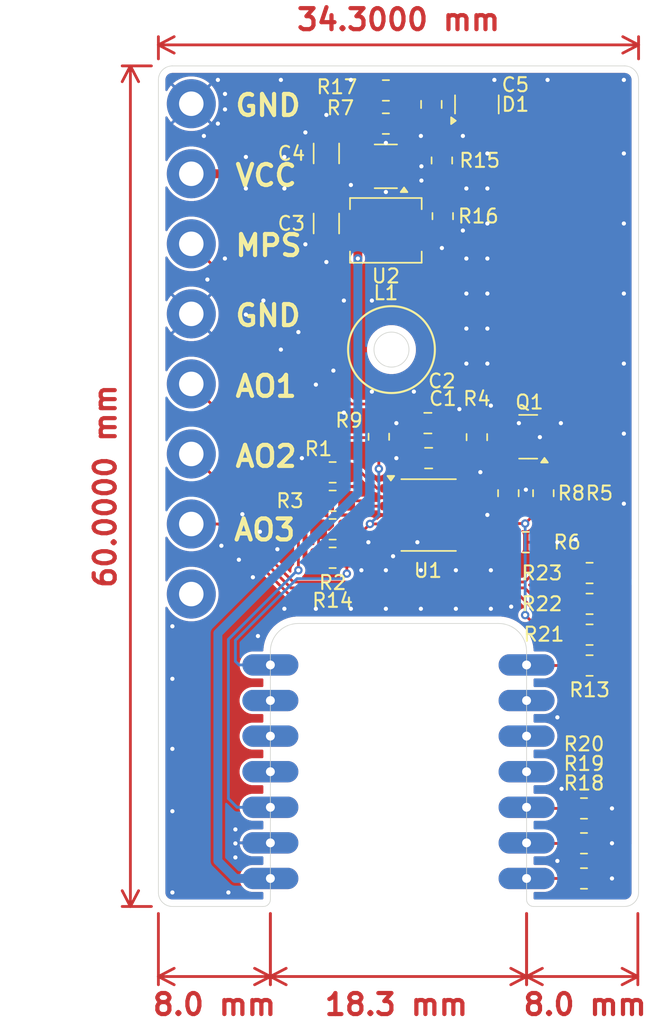
<source format=kicad_pcb>
(kicad_pcb (version 20241229) (generator "pcbnew") (generator_version "9.0")
  (layers (0 "F.Cu" signal) (2 "B.Cu" signal) (13 "F.Paste" user) (15 "B.Paste" user) (5 "F.SilkS" user "F.Silkscreen") (7 "B.SilkS" user "B.Silkscreen") (1 "F.Mask" user) (3 "B.Mask" user) (25 "Edge.Cuts" user))
  (net 0 "")
  (net 1 "GND")
  (net 2 "+3V3")
  (net 3 "MPS")
  (net 4 "+5V")
  (net 5 "+24V")
  (net 6 "Net-(U1A--)")
  (net 8 "AO3")
  (net 9 "AO1")
  (net 10 "AO2")
  (net 11 "Net-(Q1-B)")
  (net 12 "UART_RX")
  (net 13 "Net-(U1A-+)")
  (net 14 "UART_TX")
  (net 15 "Net-(U2-SW)")
  (net 16 "Net-(J1-Pin_7)")
  (net 18 "Net-(U4-AO3)")
  (net 19 "Net-(U2-FB)")
  (net 20 "Net-(U4-AO2)")
  (net 24 "Net-(J2-Pin_7)")
  (net 25 "Net-(R15-Pad2)")
  (net 27 "Net-(U4-AO1)")
  (net 29 "+18V")
  (footprint "Resistor_SMD:R_0805_2012Metric_Pad1.20x1.40mm_HandSolder" (layer "F.Cu") (at 180.8 76.2)
    (property "Reference" "R23" (at -3.4 0 0) (layer "F.SilkS"))
    (property "Value" "10k")
    (pad "1" smd roundrect (at -1 0) (size 1.2 1.4) (layers "F.Cu" "F.Mask" "F.Paste") (roundrect_rratio 0.208333) (net 27 "Net-(U4-AO1)"))
    (pad "2" smd roundrect (at 1 0) (size 1.2 1.4) (layers "F.Cu" "F.Mask" "F.Paste") (roundrect_rratio 0.208333) (net 9 "AO1"))
  )
  (footprint "Resistor_SMD:R_0805_2012Metric_Pad1.20x1.40mm_HandSolder" (layer "F.Cu") (at 162.446 71.044)
    (property "Reference" "R3" (at -3.048 0 0) (layer "F.SilkS"))
    (property "Value" "15k")
    (pad "1" smd roundrect (at -1 0) (size 1.2 1.4) (layers "F.Cu" "F.Mask" "F.Paste") (roundrect_rratio 0.208333) (net 2 "+3V3"))
    (pad "2" smd roundrect (at 1 0) (size 1.2 1.4) (layers "F.Cu" "F.Mask" "F.Paste") (roundrect_rratio 0.208333) (net 6 "Net-(U1A--)"))
  )
  (footprint "Project_Library:XIAO_ESP32-C3_Custom_Connector" (layer "F.Cu") (at 158 98 180)
    (property "Reference" "J2" (hide yes))
    (property "Value" "Conn_01x07_Socket")
    (pad "1" thru_hole oval (at 0 0 180) (size 4 1.524) (drill 0.635) (property pad_prop_castellated) (layers "*.Cu" "*.Mask") (net 4 "+5V"))
    (pad "2" thru_hole oval (at 0 2.54 180) (size 4 1.524) (drill 0.635) (property pad_prop_castellated) (layers "*.Cu" "*.Mask") (net 1 "GND"))
    (pad "3" thru_hole oval (at 0 5.08 180) (size 4 1.524) (drill 0.635) (property pad_prop_castellated) (layers "*.Cu" "*.Mask") (net 2 "+3V3"))
    (pad "4" thru_hole oval (at 0 7.62 180) (size 4 1.524) (drill 0.635) (property pad_prop_castellated) (layers "*.Cu" "*.Mask"))
    (pad "5" thru_hole oval (at 0 10.16 180) (size 4 1.524) (drill 0.635) (property pad_prop_castellated) (layers "*.Cu" "*.Mask"))
    (pad "6" thru_hole oval (at 0 12.7 180) (size 4 1.524) (drill 0.635) (property pad_prop_castellated) (layers "*.Cu" "*.Mask"))
    (pad "7" thru_hole oval (at 0 15.24 180) (size 4 1.524) (drill 0.635) (property pad_prop_castellated) (layers "*.Cu" "*.Mask") (net 24 "Net-(J2-Pin_7)"))
  )
  (footprint "Resistor_SMD:R_0805_2012Metric_Pad1.20x1.40mm_HandSolder" (layer "F.Cu") (at 170.25 46.75 -90)
    (property "Reference" "R15" (at 0 -2.7 180) (layer "F.SilkS"))
    (property "Value" "33k")
    (pad "1" smd roundrect (at -1 0 270) (size 1.2 1.4) (layers "F.Cu" "F.Mask" "F.Paste") (roundrect_rratio 0.208333) (net 19 "Net-(U2-FB)"))
    (pad "2" smd roundrect (at 1 0 270) (size 1.2 1.4) (layers "F.Cu" "F.Mask" "F.Paste") (roundrect_rratio 0.208333) (net 25 "Net-(R15-Pad2)"))
  )
  (footprint "Resistor_SMD:R_0805_2012Metric_Pad1.20x1.40mm_HandSolder" (layer "F.Cu") (at 165.748 66.472 90)
    (property "Reference" "R9" (at 1.1684 -2.1336 180) (layer "F.SilkS"))
    (property "Value" "200k")
    (pad "1" smd roundrect (at -1 0 90) (size 1.2 1.4) (layers "F.Cu" "F.Mask" "F.Paste") (roundrect_rratio 0.208333) (net 13 "Net-(U1A-+)"))
    (pad "2" smd roundrect (at 1 0 90) (size 1.2 1.4) (layers "F.Cu" "F.Mask" "F.Paste") (roundrect_rratio 0.208333) (net 3 "MPS"))
  )
  (footprint "Capacitor_SMD:C_1206_3216Metric" (layer "F.Cu") (at 162 51.25 -90)
    (property "Reference" "C3" (at 0 2.5 0) (layer "F.SilkS"))
    (property "Value" "1u")
    (pad "1" smd roundrect (at -1.475 0 270) (size 1.15 1.8) (layers "F.Cu" "F.Mask" "F.Paste") (roundrect_rratio 0.217391) (net 4 "+5V"))
    (pad "2" smd roundrect (at 1.475 0 270) (size 1.15 1.8) (layers "F.Cu" "F.Mask" "F.Paste") (roundrect_rratio 0.217391) (net 1 "GND"))
  )
  (footprint "Resistor_SMD:R_0805_2012Metric_Pad1.20x1.40mm_HandSolder" (layer "F.Cu") (at 175 70.5 -90)
    (property "Reference" "R8" (at 0 -4.5 180) (layer "F.SilkS"))
    (property "Value" "4.7k")
    (pad "1" smd roundrect (at -1 0 270) (size 1.2 1.4) (layers "F.Cu" "F.Mask" "F.Paste") (roundrect_rratio 0.208333) (net 2 "+3V3"))
    (pad "2" smd roundrect (at 1 0 270) (size 1.2 1.4) (layers "F.Cu" "F.Mask" "F.Paste") (roundrect_rratio 0.208333) (net 11 "Net-(Q1-B)"))
  )
  (footprint "Resistor_SMD:R_0805_2012Metric_Pad1.20x1.40mm_HandSolder" (layer "F.Cu") (at 180.4 95.489489)
    (property "Reference" "R19" (at -0.000991 -5.689489 0) (layer "F.SilkS"))
    (property "Value" "10k")
    (pad "1" smd roundrect (at -1 0) (size 1.2 1.4) (layers "F.Cu" "F.Mask" "F.Paste") (roundrect_rratio 0.208333) (net 10 "AO2"))
    (pad "2" smd roundrect (at 1 0) (size 1.2 1.4) (layers "F.Cu" "F.Mask" "F.Paste") (roundrect_rratio 0.208333) (net 1 "GND"))
  )
  (footprint "Resistor_SMD:R_0805_2012Metric_Pad1.20x1.40mm_HandSolder" (layer "F.Cu") (at 166.25 41.75)
    (property "Reference" "R17" (at -3.5 -0.25 180) (layer "F.SilkS"))
    (property "Value" "1.2k")
    (pad "1" smd roundrect (at -1 0) (size 1.2 1.4) (layers "F.Cu" "F.Mask" "F.Paste") (roundrect_rratio 0.208333) (net 5 "+24V"))
    (pad "2" smd roundrect (at 1 0) (size 1.2 1.4) (layers "F.Cu" "F.Mask" "F.Paste") (roundrect_rratio 0.208333) (net 29 "+18V"))
  )
  (footprint "Resistor_SMD:R_0805_2012Metric_Pad1.20x1.40mm_HandSolder" (layer "F.Cu") (at 180.8 78.4)
    (property "Reference" "R22" (at -3.4 0 0) (layer "F.SilkS"))
    (property "Value" "10k")
    (pad "1" smd roundrect (at -1 0) (size 1.2 1.4) (layers "F.Cu" "F.Mask" "F.Paste") (roundrect_rratio 0.208333) (net 20 "Net-(U4-AO2)"))
    (pad "2" smd roundrect (at 1 0) (size 1.2 1.4) (layers "F.Cu" "F.Mask" "F.Paste") (roundrect_rratio 0.208333) (net 10 "AO2"))
  )
  (footprint "Project_Library:XIAO_ESP32-C3_Custom_Connector" (layer "F.Cu") (at 176.3 98 180)
    (property "Reference" "J1" (hide yes))
    (property "Value" "Conn_01x07_Socket")
    (pad "1" thru_hole oval (at 0 0 180) (size 4 1.524) (drill 0.635) (property pad_prop_castellated) (layers "*.Cu" "*.Mask") (net 9 "AO1"))
    (pad "2" thru_hole oval (at 0 2.54 180) (size 4 1.524) (drill 0.635) (property pad_prop_castellated) (layers "*.Cu" "*.Mask") (net 10 "AO2"))
    (pad "3" thru_hole oval (at 0 5.08 180) (size 4 1.524) (drill 0.635) (property pad_prop_castellated) (layers "*.Cu" "*.Mask") (net 8 "AO3"))
    (pad "4" thru_hole oval (at 0 7.62 180) (size 4 1.524) (drill 0.635) (property pad_prop_castellated) (layers "*.Cu" "*.Mask"))
    (pad "5" thru_hole oval (at 0 10.16 180) (size 4 1.524) (drill 0.635) (property pad_prop_castellated) (layers "*.Cu" "*.Mask"))
    (pad "6" thru_hole oval (at 0 12.7 180) (size 4 1.524) (drill 0.635) (property pad_prop_castellated) (layers "*.Cu" "*.Mask"))
    (pad "7" thru_hole oval (at 0 15.24 180) (size 4 1.524) (drill 0.635) (property pad_prop_castellated) (layers "*.Cu" "*.Mask") (net 16 "Net-(J1-Pin_7)"))
  )
  (footprint "Resistor_SMD:R_0805_2012Metric_Pad1.20x1.40mm_HandSolder" (layer "F.Cu") (at 170.312 50.724 -90)
    (property "Reference" "R16" (at 0 -2.54 180) (layer "F.SilkS"))
    (property "Value" "1.6k")
    (pad "1" smd roundrect (at -1 0 270) (size 1.2 1.4) (layers "F.Cu" "F.Mask" "F.Paste") (roundrect_rratio 0.208333) (net 25 "Net-(R15-Pad2)"))
    (pad "2" smd roundrect (at 1 0 270) (size 1.2 1.4) (layers "F.Cu" "F.Mask" "F.Paste") (roundrect_rratio 0.208333) (net 1 "GND"))
  )
  (footprint "Resistor_SMD:R_0805_2012Metric_Pad1.20x1.40mm_HandSolder" (layer "F.Cu") (at 177.5 70.5 -90)
    (property "Reference" "R5" (at 0 -4 180) (layer "F.SilkS"))
    (property "Value" "10k")
    (pad "1" smd roundrect (at -1 0 270) (size 1.2 1.4) (layers "F.Cu" "F.Mask" "F.Paste") (roundrect_rratio 0.208333) (net 2 "+3V3"))
    (pad "2" smd roundrect (at 1 0 270) (size 1.2 1.4) (layers "F.Cu" "F.Mask" "F.Paste") (roundrect_rratio 0.208333) (net 14 "UART_TX"))
  )
  (footprint "Resistor_SMD:R_0805_2012Metric_Pad1.20x1.40mm_HandSolder" (layer "F.Cu") (at 180.4 98)
    (property "Reference" "R18" (at 0 -6.8 0) (layer "F.SilkS"))
    (property "Value" "10k")
    (pad "1" smd roundrect (at -1 0) (size 1.2 1.4) (layers "F.Cu" "F.Mask" "F.Paste") (roundrect_rratio 0.208333) (net 9 "AO1"))
    (pad "2" smd roundrect (at 1 0) (size 1.2 1.4) (layers "F.Cu" "F.Mask" "F.Paste") (roundrect_rratio 0.208333) (net 1 "GND"))
  )
  (footprint "Resistor_SMD:R_0805_2012Metric_Pad1.20x1.40mm_HandSolder" (layer "F.Cu") (at 172.75 66.5 -90)
    (property "Reference" "R4" (at -2.75 0 180) (layer "F.SilkS"))
    (property "Value" "4.7k")
    (pad "1" smd roundrect (at -1 0 270) (size 1.2 1.4) (layers "F.Cu" "F.Mask" "F.Paste") (roundrect_rratio 0.208333) (net 29 "+18V"))
    (pad "2" smd roundrect (at 1 0 270) (size 1.2 1.4) (layers "F.Cu" "F.Mask" "F.Paste") (roundrect_rratio 0.208333) (net 3 "MPS"))
  )
  (footprint "Capacitor_SMD:C_0805_2012Metric_Pad1.18x1.45mm_HandSolder" (layer "F.Cu") (at 169.5 42.75 -90)
    (property "Reference" "C5" (at -1.4 -6 0) (layer "F.SilkS"))
    (property "Value" "100n")
    (pad "1" smd roundrect (at -1.0375 0 270) (size 1.175 1.45) (layers "F.Cu" "F.Mask" "F.Paste") (roundrect_rratio 0.212766) (net 29 "+18V"))
    (pad "2" smd roundrect (at 1.0375 0 270) (size 1.175 1.45) (layers "F.Cu" "F.Mask" "F.Paste") (roundrect_rratio 0.212766) (net 1 "GND"))
  )
  (footprint "Inductor_SMD:L_Chilisin_BMRA00040420" (layer "F.Cu") (at 166.248 51.74)
    (property "Reference" "L1" (at 0 4.46 0) (layer "F.SilkS"))
    (property "Value" "10u")
    (pad "1" smd roundrect (at -1.85 0) (size 1.5 2.5) (layers "F.Cu" "F.Mask" "F.Paste") (roundrect_rratio 0.166667) (net 4 "+5V"))
    (pad "2" smd roundrect (at 1.85 0) (size 1.5 2.5) (layers "F.Cu" "F.Mask" "F.Paste") (roundrect_rratio 0.166667) (net 15 "Net-(U2-SW)"))
  )
  (footprint "Package_TO_SOT_SMD:SOT-23-6" (layer "F.Cu") (at 166.248 47.168 180)
    (property "Reference" "U2" (at -0.002 -7.832 180) (layer "F.SilkS"))
    (property "Value" "TLV61046ADB")
    (pad "1" smd roundrect (at -1.1375 -0.95 180) (size 1.325 0.6) (layers "F.Cu" "F.Mask" "F.Paste") (net 15 "Net-(U2-SW)"))
    (pad "2" smd roundrect (at -1.1375 0 180) (size 1.325 0.6) (layers "F.Cu" "F.Mask" "F.Paste") (net 1 "GND"))
    (pad "3" smd roundrect (at -1.1375 0.95 180) (size 1.325 0.6) (layers "F.Cu" "F.Mask" "F.Paste") (net 19 "Net-(U2-FB)"))
    (pad "4" smd roundrect (at 1.1375 0.95 180) (size 1.325 0.6) (layers "F.Cu" "F.Mask" "F.Paste") (net 4 "+5V"))
    (pad "5" smd roundrect (at 1.1375 0 180) (size 1.325 0.6) (layers "F.Cu" "F.Mask" "F.Paste") (net 5 "+24V"))
    (pad "6" smd roundrect (at 1.1375 -0.95 180) (size 1.325 0.6) (layers "F.Cu" "F.Mask" "F.Paste") (net 4 "+5V"))
  )
  (footprint "Resistor_SMD:R_0805_2012Metric_Pad1.20x1.40mm_HandSolder" (layer "F.Cu") (at 180.4 93)
    (property "Reference" "R20" (at 0 -4.6 0) (layer "F.SilkS"))
    (property "Value" "10k")
    (pad "1" smd roundrect (at -1 0) (size 1.2 1.4) (layers "F.Cu" "F.Mask" "F.Paste") (roundrect_rratio 0.208333) (net 8 "AO3"))
    (pad "2" smd roundrect (at 1 0) (size 1.2 1.4) (layers "F.Cu" "F.Mask" "F.Paste") (roundrect_rratio 0.208333) (net 1 "GND"))
  )
  (footprint "Project_Library:RoomUnit_Connector_5mm" (layer "F.Cu") (at 152.35 42.7)
    (property "Reference" "U4" (hide yes))
    (property "Value" "~")
    (fp_text user "MPS" (at 3 11 0) (layer "F.SilkS") (effects (font (size 1.5 1.5) (thickness 0.3) (bold yes)) (justify left bottom)))
    (fp_text user "GND" (at 3 16 0) (layer "F.SilkS") (effects (font (size 1.5 1.5) (thickness 0.3) (bold yes)) (justify left bottom)))
    (fp_text user "AO1" (at 3 21.05 0) (layer "F.SilkS") (effects (font (size 1.5 1.5) (thickness 0.3) (bold yes)) (justify left bottom)))
    (fp_text user "VCC" (at 3 6 0) (layer "F.SilkS") (effects (font (size 1.5 1.5) (thickness 0.3) (bold yes)) (justify left bottom)))
    (fp_text user "AO3" (at 2.9 31.3 0) (layer "F.SilkS") (effects (font (size 1.5 1.5) (thickness 0.3) (bold yes)) (justify left bottom)))
    (fp_text user "AO2" (at 3 26.05 0) (layer "F.SilkS") (effects (font (size 1.5 1.5) (thickness 0.3) (bold yes)) (justify left bottom)))
    (fp_text user "GND" (at 3 1 0) (layer "F.SilkS") (effects (font (size 1.5 1.5) (thickness 0.3) (bold yes)) (justify left bottom)))
    (pad "1" thru_hole circle (at 0 0) (size 3.5 3.5) (drill 1.75) (layers "*.Cu" "*.Mask" "Dwgs.User") (net 1 "GND") (clearance 1))
    (pad "2" thru_hole circle (at 0 5) (size 3.5 3.5) (drill 1.75) (layers "*.Cu" "*.Mask" "Dwgs.User") (net 5 "+24V"))
    (pad "3" thru_hole circle (at 0 10) (size 3.5 3.5) (drill 1.75) (layers "*.Cu" "*.Mask" "Dwgs.User") (net 3 "MPS"))
    (pad "4" thru_hole circle (at 0 15) (size 3.5 3.5) (drill 1.75) (layers "*.Cu" "*.Mask" "Dwgs.User") (net 1 "GND"))
    (pad "5" thru_hole circle (at 0 20) (size 3.5 3.5) (drill 1.75) (layers "*.Cu" "*.Mask" "Dwgs.User") (net 27 "Net-(U4-AO1)"))
    (pad "6" thru_hole circle (at 0 25) (size 3.5 3.5) (drill 1.75) (layers "*.Cu" "*.Mask" "Dwgs.User") (net 20 "Net-(U4-AO2)"))
    (pad "7" thru_hole circle (at 0 30) (size 3.5 3.5) (drill 1.75) (layers "*.Cu" "*.Mask" "Dwgs.User") (net 18 "Net-(U4-AO3)"))
    (pad "8" thru_hole circle (at 0 35) (size 3.5 3.5) (drill 1.75) (layers "*.Cu" "*.Mask" "Dwgs.User"))
  )
  (footprint "Resistor_SMD:R_0805_2012Metric_Pad1.20x1.40mm_HandSolder" (layer "F.Cu") (at 180.8 82.8 180)
    (property "Reference" "R13" (at 0 -1.742298 0) (layer "F.SilkS"))
    (property "Value" "0")
    (pad "1" smd roundrect (at -1 0 180) (size 1.2 1.4) (layers "F.Cu" "F.Mask" "F.Paste") (roundrect_rratio 0.208333) (net 14 "UART_TX"))
    (pad "2" smd roundrect (at 1 0 180) (size 1.2 1.4) (layers "F.Cu" "F.Mask" "F.Paste") (roundrect_rratio 0.208333) (net 16 "Net-(J1-Pin_7)"))
  )
  (footprint "Capacitor_SMD:C_1206_3216Metric" (layer "F.Cu") (at 162 46.25 90)
    (property "Reference" "C4" (at 0 -2.5 180) (layer "F.SilkS"))
    (property "Value" "4.7u")
    (pad "1" smd roundrect (at -1.475 0 90) (size 1.15 1.8) (layers "F.Cu" "F.Mask" "F.Paste") (roundrect_rratio 0.217391) (net 5 "+24V"))
    (pad "2" smd roundrect (at 1.475 0 90) (size 1.15 1.8) (layers "F.Cu" "F.Mask" "F.Paste") (roundrect_rratio 0.217391) (net 1 "GND"))
  )
  (footprint "Resistor_SMD:R_0805_2012Metric_Pad1.20x1.40mm_HandSolder" (layer "F.Cu") (at 176.25 74)
    (property "Reference" "R6" (at 2.95 0 0) (layer "F.SilkS"))
    (property "Value" "8.2k")
    (pad "1" smd roundrect (at -1 0) (size 1.2 1.4) (layers "F.Cu" "F.Mask" "F.Paste") (roundrect_rratio 0.208333) (net 6 "Net-(U1A--)"))
    (pad "2" smd roundrect (at 1 0) (size 1.2 1.4) (layers "F.Cu" "F.Mask" "F.Paste") (roundrect_rratio 0.208333) (net 1 "GND"))
  )
  (footprint "Resistor_SMD:R_0805_2012Metric_Pad1.20x1.40mm_HandSolder" (layer "F.Cu") (at 162.446 75.108 180)
    (property "Reference" "R14" (at 0 -3.048 0) (layer "F.SilkS"))
    (property "Value" "0")
    (pad "1" smd roundrect (at -1 0 180) (size 1.2 1.4) (layers "F.Cu" "F.Mask" "F.Paste") (roundrect_rratio 0.208333) (net 24 "Net-(J2-Pin_7)"))
    (pad "2" smd roundrect (at 1 0 180) (size 1.2 1.4) (layers "F.Cu" "F.Mask" "F.Paste") (roundrect_rratio 0.208333) (net 12 "UART_RX"))
  )
  (footprint "Capacitor_SMD:C_0805_2012Metric_Pad1.18x1.45mm_HandSolder" (layer "F.Cu") (at 169.304 67.996 180)
    (property "Reference" "C1" (at -1.016 4.246 0) (layer "F.SilkS"))
    (property "Value" "100n")
    (pad "1" smd roundrect (at -1.0375 0 180) (size 1.175 1.45) (layers "F.Cu" "F.Mask" "F.Paste") (roundrect_rratio 0.212766) (net 2 "+3V3"))
    (pad "2" smd roundrect (at 1.0375 0 180) (size 1.175 1.45) (layers "F.Cu" "F.Mask" "F.Paste") (roundrect_rratio 0.212766) (net 1 "GND"))
  )
  (footprint "Resistor_SMD:R_0805_2012Metric_Pad1.20x1.40mm_HandSolder" (layer "F.Cu") (at 180.8 80.6)
    (property "Reference" "R21" (at -3.264094 -0.026866 0) (layer "F.SilkS"))
    (property "Value" "10k")
    (pad "1" smd roundrect (at -1 0) (size 1.2 1.4) (layers "F.Cu" "F.Mask" "F.Paste") (roundrect_rratio 0.208333) (net 18 "Net-(U4-AO3)"))
    (pad "2" smd roundrect (at 1 0) (size 1.2 1.4) (layers "F.Cu" "F.Mask" "F.Paste") (roundrect_rratio 0.208333) (net 8 "AO3"))
  )
  (footprint "Package_TO_SOT_SMD:SOT-23" (layer "F.Cu") (at 176.416 66.472 180)
    (property "Reference" "Q1" (at -0.084 2.472 180) (layer "F.SilkS"))
    (property "Value" "MMBTA06")
    (pad "1" smd roundrect (at -0.9375 -0.95 180) (size 1.475 0.6) (layers "F.Cu" "F.Mask" "F.Paste") (net 11 "Net-(Q1-B)"))
    (pad "2" smd roundrect (at -0.9375 0.95 180) (size 1.475 0.6) (layers "F.Cu" "F.Mask" "F.Paste") (net 1 "GND"))
    (pad "3" smd roundrect (at 0.9375 0 180) (size 1.475 0.6) (layers "F.Cu" "F.Mask" "F.Paste") (net 3 "MPS"))
  )
  (footprint "Package_SO:SOIC-8_3.9x4.9mm_P1.27mm" (layer "F.Cu") (at 169.304 72.06)
    (property "Reference" "U1" (at -0.0508 3.9624 0) (layer "F.SilkS"))
    (property "Value" "LMV393")
    (pad "1" smd roundrect (at -2.475 -1.905) (size 1.95 0.6) (layers "F.Cu" "F.Mask" "F.Paste") (net 12 "UART_RX"))
    (pad "2" smd roundrect (at -2.475 -0.635) (size 1.95 0.6) (layers "F.Cu" "F.Mask" "F.Paste") (net 6 "Net-(U1A--)"))
    (pad "3" smd roundrect (at -2.475 0.635) (size 1.95 0.6) (layers "F.Cu" "F.Mask" "F.Paste") (net 13 "Net-(U1A-+)"))
    (pad "4" smd roundrect (at -2.475 1.905) (size 1.95 0.6) (layers "F.Cu" "F.Mask" "F.Paste") (net 1 "GND"))
    (pad "5" smd roundrect (at 2.475 1.905) (size 1.95 0.6) (layers "F.Cu" "F.Mask" "F.Paste") (net 6 "Net-(U1A--)"))
    (pad "6" smd roundrect (at 2.475 0.635) (size 1.95 0.6) (layers "F.Cu" "F.Mask" "F.Paste") (net 14 "UART_TX"))
    (pad "7" smd roundrect (at 2.475 -0.635) (size 1.95 0.6) (layers "F.Cu" "F.Mask" "F.Paste") (net 11 "Net-(Q1-B)"))
    (pad "8" smd roundrect (at 2.475 -1.905) (size 1.95 0.6) (layers "F.Cu" "F.Mask" "F.Paste") (net 2 "+3V3"))
  )
  (footprint "Capacitor_SMD:C_0805_2012Metric_Pad1.18x1.45mm_HandSolder" (layer "F.Cu") (at 169.25 65.5 180)
    (property "Reference" "C2" (at -1 3 180) (layer "F.SilkS"))
    (property "Value" "1n")
    (pad "1" smd roundrect (at -1.0375 0 180) (size 1.175 1.45) (layers "F.Cu" "F.Mask" "F.Paste") (roundrect_rratio 0.212766) (net 3 "MPS"))
    (pad "2" smd roundrect (at 1.0375 0 180) (size 1.175 1.45) (layers "F.Cu" "F.Mask" "F.Paste") (roundrect_rratio 0.212766) (net 1 "GND"))
  )
  (footprint "Package_TO_SOT_SMD:SOT-23" (layer "F.Cu") (at 172.75 42.75 90)
    (property "Reference" "D1" (at 0 2.75 180) (layer "F.SilkS"))
    (property "Value" "BZX84C18")
    (pad "1" smd roundrect (at -0.9375 -0.95 90) (size 1.475 0.6) (layers "F.Cu" "F.Mask" "F.Paste") (net 1 "GND"))
    (pad "2" smd roundrect (at -0.9375 0.95 90) (size 1.475 0.6) (layers "F.Cu" "F.Mask" "F.Paste"))
    (pad "3" smd roundrect (at 0.9375 0 90) (size 1.475 0.6) (layers "F.Cu" "F.Mask" "F.Paste") (net 29 "+18V"))
  )
  (footprint "Resistor_SMD:R_0805_2012Metric_Pad1.20x1.40mm_HandSolder" (layer "F.Cu") (at 162.446 69.012)
    (property "Reference" "R1" (at -1.016 -1.6764 0) (layer "F.SilkS"))
    (property "Value" "4.7k")
    (pad "1" smd roundrect (at -1 0) (size 1.2 1.4) (layers "F.Cu" "F.Mask" "F.Paste") (roundrect_rratio 0.208333) (net 2 "+3V3"))
    (pad "2" smd roundrect (at 1 0) (size 1.2 1.4) (layers "F.Cu" "F.Mask" "F.Paste") (roundrect_rratio 0.208333) (net 12 "UART_RX"))
  )
  (footprint "Resistor_SMD:R_0805_2012Metric_Pad1.20x1.40mm_HandSolder" (layer "F.Cu") (at 166.248 44.12)
    (property "Reference" "R7" (at -3.248 -1.12 0) (layer "F.SilkS"))
    (property "Value" "1M")
    (pad "1" smd roundrect (at -1 0) (size 1.2 1.4) (layers "F.Cu" "F.Mask" "F.Paste") (roundrect_rratio 0.208333) (net 5 "+24V"))
    (pad "2" smd roundrect (at 1 0) (size 1.2 1.4) (layers "F.Cu" "F.Mask" "F.Paste") (roundrect_rratio 0.208333) (net 19 "Net-(U2-FB)"))
  )
  (footprint "Resistor_SMD:R_0805_2012Metric_Pad1.20x1.40mm_HandSolder" (layer "F.Cu") (at 162.446 73.076)
    (property "Reference" "R2" (at 0 3.81 0) (layer "F.SilkS"))
    (property "Value" "680k")
    (pad "1" smd roundrect (at -1 0) (size 1.2 1.4) (layers "F.Cu" "F.Mask" "F.Paste") (roundrect_rratio 0.208333) (net 12 "UART_RX"))
    (pad "2" smd roundrect (at 1 0) (size 1.2 1.4) (layers "F.Cu" "F.Mask" "F.Paste") (roundrect_rratio 0.208333) (net 13 "Net-(U1A-+)"))
  )
  (gr_circle (center 166.65 60.25) (end 169.75 60.25) (stroke (width 0.15)) (fill no) (layer "F.SilkS"))
  (gr_line (start 151 40) (end 183.3 40) (stroke (width 0.05)) (layer "Edge.Cuts"))
  (gr_arc (start 150 41) (mid 150.292893 40.292893) (end 151 40) (stroke (width 0.05)) (layer "Edge.Cuts"))
  (gr_line (start 176.3 81.8) (end 176.3 99.5) (stroke (width 0.05)) (layer "Edge.Cuts"))
  (gr_arc (start 174.3 79.8) (mid 175.714214 80.385786) (end 176.3 81.8) (stroke (width 0.05)) (layer "Edge.Cuts"))
  (gr_line (start 184.3 41) (end 184.3 99) (stroke (width 0.05)) (layer "Edge.Cuts"))
  (gr_arc (start 158 81.8) (mid 158.585786 80.385786) (end 160 79.8) (stroke (width 0.05)) (layer "Edge.Cuts"))
  (gr_line (start 160 79.8) (end 174.3 79.8) (stroke (width 0.05)) (layer "Edge.Cuts"))
  (gr_line (start 150 99) (end 150 41) (stroke (width 0.05)) (layer "Edge.Cuts"))
  (gr_line (start 158 99.5) (end 158 81.8) (stroke (width 0.05)) (layer "Edge.Cuts"))
  (gr_arc (start 183.3 40) (mid 184.007107 40.292893) (end 184.3 41) (stroke (width 0.05)) (layer "Edge.Cuts"))
  (gr_circle (center 166.65 60.25) (end 167.9 60.25) (stroke (width 0.05)) (fill no) (layer "Edge.Cuts"))
  (gr_arc (start 158 99.5) (mid 157.853553 99.853553) (end 157.5 100) (stroke (width 0.05)) (layer "Edge.Cuts"))
  (gr_arc (start 184.3 99) (mid 184.007107 99.707107) (end 183.3 100) (stroke (width 0.05)) (layer "Edge.Cuts"))
  (gr_arc (start 151 100) (mid 150.292893 99.707107) (end 150 99) (stroke (width 0.05)) (layer "Edge.Cuts"))
  (gr_line (start 151 100) (end 157.5 100) (stroke (width 0.05)) (layer "Edge.Cuts"))
  (gr_line (start 176.8 100) (end 183.3 100) (stroke (width 0.05)) (layer "Edge.Cuts"))
  (gr_arc (start 176.8 100) (mid 176.446447 99.853553) (end 176.3 99.5) (stroke (width 0.05)) (layer "Edge.Cuts"))
  (gr_text "Room Unit MQTT HAT\nby WEY ENGINEERING" (at 182.258 63.932 90) (layer "F.Cu") (effects (font (size 1.4 1.4) (thickness 0.3) (bold yes)) (justify left bottom)))
  (gr_text "V1.0" (at 153.2 98.476 90) (layer "F.Cu") (effects (font (size 1.4 1.4) (thickness 0.3) (bold yes)) (justify left bottom)))
  (dimension (type orthogonal) (layer "F.Cu") (pts (xy 150 100) (xy 150 40)) (height -2) (orientation 1) (format (prefix "") (suffix "") (units 3) (units_format 1) (precision 4)) (style (thickness 0.2) (arrow_length 1.27) (text_position_mode 0) (arrow_direction outward) (extension_height 0.58642) (extension_offset 0.5) (keep_text_aligned yes)) (gr_text "60.0000 mm" (at 146.2 70 90) (layer "F.Cu") (effects (font (size 1.5 1.5) (thickness 0.3)))))
  (dimension (type orthogonal) (layer "F.Cu") (pts (xy 158 100) (xy 176.3 100)) (height 5) (orientation 0) (format (prefix "") (suffix "") (units 3) (units_format 1) (precision 1)) (style (thickness 0.2) (arrow_length 1.27) (text_position_mode 2) (arrow_direction outward) (extension_height 0.58642) (extension_offset 0.5) (keep_text_aligned yes)) (gr_text "18.3 mm" (at 167 107 0) (layer "F.Cu") (effects (font (size 1.5 1.5) (thickness 0.3)))))
  (dimension (type orthogonal) (layer "F.Cu") (pts (xy 150 100) (xy 158 100)) (height 5) (orientation 0) (format (prefix "") (suffix "") (units 3) (units_format 1) (precision 1)) (style (thickness 0.2) (arrow_length 1.27) (text_position_mode 2) (arrow_direction outward) (extension_height 0.58642) (extension_offset 0.5) (keep_text_aligned yes)) (gr_text "8.0 mm" (at 154 107 0) (layer "F.Cu") (effects (font (size 1.5 1.5) (thickness 0.3)))))
  (dimension (type orthogonal) (layer "F.Cu") (pts (xy 150 40) (xy 184.3 40)) (height -1.5) (orientation 0) (format (prefix "") (suffix "") (units 3) (units_format 1) (precision 4)) (style (thickness 0.2) (arrow_length 1.27) (text_position_mode 0) (arrow_direction outward) (extension_height 0.58642) (extension_offset 0.5) (keep_text_aligned yes)) (gr_text "34.3000 mm" (at 167.15 36.7 0) (layer "F.Cu") (effects (font (size 1.5 1.5) (thickness 0.3)))))
  (dimension (type orthogonal) (layer "F.Cu") (pts (xy 184.25 100) (xy 176.3 100)) (height 5) (orientation 0) (format (prefix "") (suffix "") (units 3) (units_format 1) (precision 1)) (style (thickness 0.2) (arrow_length 1.27) (text_position_mode 2) (arrow_direction outward) (extension_height 0.58642) (extension_offset 0.5) (keep_text_aligned yes)) (gr_text "8.0 mm" (at 180.473743 107 0) (layer "F.Cu") (effects (font (size 1.5 1.5) (thickness 0.3)))))
  (segment (start 158 95.46) (end 155.54 95.46) (width 0.2) (layer "F.Cu") (net 1))
  (segment (start 155.54 95.46) (end 155.5 95.5) (width 0.2) (layer "F.Cu") (net 1))
  (segment (start 167.3855 47.168) (end 168.788 47.168) (width 0.2) (layer "F.Cu") (net 1))
  (via (at 163.75 41) (size 0.6) (drill 0.3) (layers "F.Cu" "B.Cu") (net 1))
  (via (at 154.758 43.104) (size 0.6) (drill 0.3) (layers "F.Cu" "B.Cu") (net 1))
  (via (at 173.5 51.25) (size 0.6) (drill 0.3) (layers "F.Cu" "B.Cu") (net 1))
  (via (at 172 53.75) (size 0.6) (drill 0.3) (layers "F.Cu" "B.Cu") (net 1))
  (via (at 166.764 75) (size 0.6) (drill 0.3) (layers "F.Cu" "B.Cu") (net 1))
  (via (at 173 69) (size 0.6) (drill 0.3) (layers "F.Cu" "B.Cu") (net 1))
  (via (at 166.25 45.5) (size 0.6) (drill 0.3) (layers "F.Cu" "B.Cu") (net 1))
  (via (at 182.4 98) (size 0.6) (drill 0.3) (layers "F.Cu" "B.Cu") (net 1))
  (via (at 160 59) (size 0.6) (drill 0.3) (layers "F.Cu" "B.Cu") (net 1))
  (via (at 155.5 94.5) (size 0.6) (drill 0.3) (layers "F.Cu" "B.Cu") (net 1))
  (via (at 166.25 49) (size 0.6) (drill 0.3) (layers "F.Cu" "B.Cu") (net 1))
  (via (at 156.75 76.5) (size 0.6) (drill 0.3) (layers "F.Cu" "B.Cu") (net 1))
  (via (at 170.25 53) (size 0.6) (drill 0.3) (layers "F.Cu" "B.Cu") (net 1))
  (via (at 178.5 86.5) (size 0.6) (drill 0.3) (layers "F.Cu" "B.Cu") (net 1))
  (via (at 173.5 48.75) (size 0.6) (drill 0.3) (layers "F.Cu" "B.Cu") (net 1))
  (via (at 155.5 96.5) (size 0.6) (drill 0.3) (layers "F.Cu" "B.Cu") (net 1))
  (via (at 154.25 44.12) (size 0.6) (drill 0.3) (layers "F.Cu" "B.Cu") (net 1))
  (via (at 168.25 63.25) (size 0.6) (drill 0.3) (layers "F.Cu" "B.Cu") (net 1))
  (via (at 165 74) (size 0.6) (drill 0.3) (layers "F.Cu" "B.Cu") (net 1))
  (via (at 162 43.5) (size 0.6) (drill 0.3) (layers "F.Cu" "B.Cu") (net 1))
  (via (at 173.75 78.75) (size 0.6) (drill 0.3) (layers "F.Cu" "B.Cu") (net 1))
  (via (at 168.788 48.184) (size 0.6) (drill 0.3) (layers "F.Cu" "B.Cu") (net 1))
  (via (at 183.25 46.25) (size 0.6) (drill 0.3) (layers "F.Cu" "B.Cu") (net 1))
  (via (at 151 93.2) (size 0.6) (drill 0.3) (layers "F.Cu" "B.Cu") (net 1))
  (via (at 159 48.75) (size 0.6) (drill 0.3) (layers "F.Cu" "B.Cu") (net 1))
  (via (at 175.2 78.6) (size 0.6) (drill 0.3) (layers "F.Cu" "B.Cu") (net 1))
  (via (at 159 78.75) (size 0.6) (drill 0.3) (layers "F.Cu" "B.Cu") (net 1))
  (via (at 168.788 47.168) (size 0.6) (drill 0.3) (layers "F.Cu" "B.Cu") (net 1))
  (via (at 160.5 44.75) (size 0.6) (drill 0.3) (layers "F.Cu" "B.Cu") (net 1))
  (via (at 172 56.25) (size 0.6) (drill 0.3) (layers "F.Cu" "B.Cu") (net 1))
  (via (at 173.75 76) (size 0.6) (drill 0.3) (layers "F.Cu" "B.Cu") (net 1))
  (via (at 175.75 65.5) (size 0.6) (drill 0.3) (layers "F.Cu" "B.Cu") (net 1))
  (via (at 178.5 96.75) (size 0.6) (drill 0.3) (layers "F.Cu" "B.Cu") (net 1))
  (via (at 163.75 78.75) (size 0.6) (drill 0.3) (layers "F.Cu" "B.Cu") (net 1))
  (via (at 157.5 56.75) (size 0.6) (drill 0.3) (layers "F.Cu" "B.Cu") (net 1))
  (via (at 163.25 56.75) (size 0.6) (drill 0.3) (layers "F.Cu" "B.Cu") (net 1))
  (via (at 158.75 41) (size 0.6) (drill 0.3) (layers "F.Cu" "B.Cu") (net 1))
  (via (at 173.75 64.25) (size 0.6) (drill 0.3) (layers "F.Cu" "B.Cu") (net 1))
  (via (at 154.75 53.75) (size 0.6) (drill 0.3) (layers "F.Cu" "B.Cu") (net 1))
  (via (at 164.5 76) (size 0.6) (drill 0.3) (layers "F.Cu" "B.Cu") (net 1))
  (via (at 171.5 64.5) (size 0.6) (drill 0.3) (layers "F.Cu" "B.Cu") (net 1))
  (via (at 171.25 76) (size 0.6) (drill 0.3) (layers "F.Cu" "B.Cu") (net 1))
  (via (at 161.25 78.75) (size 0.6) (drill 0.3) (layers "F.Cu" "B.Cu") (net 1))
  (via (at 160.25 68) (size 0.6) (drill 0.3) (layers "F.Cu" "B.Cu") (net 1))
  (via (at 178.75 65.5) (size 0.6) (drill 0.3) (layers "F.Cu" "B.Cu") (net 1))
  (via (at 163.75 48.5) (size 0.6) (drill 0.3) (layers "F.Cu" "B.Cu") (net 1))
  (via (at 158.5 74.5) (size 0.6) (drill 0.3) (layers "F.Cu" "B.Cu") (net 1))
  (via (at 151 99) (size 0.6) (drill 0.3) (layers "F.Cu" "B.Cu") (net 1))
  (via (at 165.25 63.25) (size 0.6) (drill 0.3) (layers "F.Cu" "B.Cu") (net 1))
  (via (at 151 83.75) (size 0.6) (drill 0.3) (layers "F.Cu" "B.Cu") (net 1))
  (via (at 182.4 95.487756) (size 0.6) (drill 0.3) (layers "F.Cu" "B.Cu") (net 1))
  (via (at 176.25 70.25) (size 0.6) (drill 0.3) (layers "F.Cu" "B.Cu") (net 1))
  (via (at 162.5 61.75) (size 0.6) (drill 0.3) (layers "F.Cu" "B.Cu") (net 1))
  (via (at 159 46.5) (size 0.6) (drill 0.3) (layers "F.Cu" "B.Cu") (net 1))
  (via (at 168.75 78.75) (size 0.6) (drill 0.3) (layers "F.Cu" "B.Cu") (net 1))
  (via (at 179.8 73.8) (size 0.6) (drill 0.3) (layers "F.Cu" "B.Cu") (net 1))
  (via (at 172 58.75) (size 0.6) (drill 0.3) (layers "F.Cu" "B.Cu") (net 1))
  (via (at 172 48.75) (size 0.6) (drill 0.3) (layers "F.Cu" "B.Cu") (net 1))
  (via (at 177.25 66.5) (size 0.6) (drill 0.3) (layers "F.Cu" "B.Cu") (net 1))
  (via (at 168.75 45) (size 0.6) (drill 0.3) (layers "F.Cu" "B.Cu") (net 1))
  (via (at 155 99) (size 0.6) (drill 0.3) (layers "F.Cu" "B.Cu") (net 1))
  (via (at 183.25 41) (size 0.6) (drill 0.3) (layers "F.Cu" "B.Cu") (net 1))
  (via (at 157.25 73.25) (size 0.6) (drill 0.3) (layers "F.Cu" "B.Cu") (net 1))
  (via (at 155.75 75.25) (size 0.6) (drill 0.3) (layers "F.Cu" "B.Cu") (net 1))
  (via (at 167 65.5) (size 0.6) (drill 0.3) (layers "F.Cu" "B.Cu") (net 1))
  (via (at 154.25 41) (size 0.6) (drill 0.3) (layers "F.Cu" "B.Cu") (net 1))
  (via (at 155.5 95.5) (size 0.6) (drill 0.3) (layers "F.Cu" "B.Cu") (net 1))
  (via (at 183.25 61.25) (size 0.6) (drill 0.3) (layers "F.Cu" "B.Cu") (net 1))
  (via (at 156 72) (size 0.6) (drill 0.3) (layers "F.Cu" "B.Cu") (net 1))
  (via (at 183.25 51.25) (size 0.6) (drill 0.3) (layers "F.Cu" "B.Cu") (net 1))
  (via (at 178.8 91.6) (size 0.6) (drill 0.3) (layers "F.Cu" "B.Cu") (net 1))
  (via (at 166.25 78.75) (size 0.6) (drill 0.3) (layers "F.Cu" "B.Cu") (net 1))
  (via (at 173.5 72.05) (size 0.6) (drill 0.3) (layers "F.Cu" "B.Cu") (net 1))
  (via (at 183.25 56.25) (size 0.6) (drill 0.3) (layers "F.Cu" "B.Cu") (net 1))
  (via (at 151 88.75) (size 0.6) (drill 0.3) (layers "F.Cu" "B.Cu") (net 1))
  (via (at 183.25 71.25) (size 0.6) (drill 0.3) (layers "F.Cu" "B.Cu") (net 1))
  (via (at 174 41) (size 0.6) (drill 0.3) (layers "F.Cu" "B.Cu") (net 1))
  (via (at 154.758 42) (size 0.6) (drill 0.3) (layers "F.Cu" "B.Cu") (net 1))
  (via (at 182.4 93) (size 0.6) (drill 0.3) (layers "F.Cu" "B.Cu") (net 1))
  (via (at 151 80) (size 0.6) (drill 0.3) (layers "F.Cu" "B.Cu") (net 1))
  (via (at 158.75 60.25) (size 0.6) (drill 0.3) (layers "F.Cu" "B.Cu") (net 1))
  (via (at 178.5 74) (size 0.6) (drill 0.3) (layers "F.Cu" "B.Cu") (net 1))
  (via (at 177.8 41) (size 0.6) (drill 0.3) (layers "F.Cu" "B.Cu") (net 1))
  (via (at 171.75 45) (size 0.6) (drill 0.3) (layers "F.Cu" "B.Cu") (net 1))
  (via (at 173.5 53.75) (size 0.6) (drill 0.3) (layers "F.Cu" "B.Cu") (net 1))
  (via (at 165.25 56.75) (size 0.6) (drill 0.3) (layers "F.Cu" "B.Cu") (net 1))
  (via (at 154.5 74.25) (size 0.6) (drill 0.3) (layers "F.Cu" "B.Cu") (net 1))
  (via (at 153.5 55.25) (size 0.6) (drill 0.3) (layers "F.Cu" "B.Cu") (net 1))
  (via (at 156.25 46.5) (size 0.6) (drill 0.3) (layers "F.Cu" "B.Cu") (net 1))
  (via (at 173.5 46.25) (size 0.6) (drill 0.3) (layers "F.Cu" "B.Cu") (net 1))
  (via (at 172 61.25) (size 0.6) (drill 0.3) (layers "F.Cu" "B.Cu") (net 1))
  (via (at 156.25 57.75) (size 0.6) (drill 0.3) (layers "F.Cu" "B.Cu") (net 1))
  (via (at 161.25 62.75) (size 0.6) (drill 0.3) (layers "F.Cu" "B.Cu") (net 1))
  (via (at 173.5 61.25) (size 0.6) (drill 0.3) (layers "F.Cu" "B.Cu") (net 1))
  (via (at 167 68) (size 0.6) (drill 0.3) (layers "F.Cu" "B.Cu") (net 1))
  (via (at 166.25 76) (size 0.6) (drill 0.3) (layers "F.Cu" "B.Cu") (net 1))
  (via (at 162 54) (size 0.6) (drill 0.3) (layers "F.Cu" "B.Cu") (net 1))
  (via (at 171.75 51.75) (size 0.6) (drill 0.3) (layers "F.Cu" "B.Cu") (net 1))
  (via (at 183.25 66.25) (size 0.6) (drill 0.3) (layers "F.Cu" "B.Cu") (net 1))
  (via (at 163.25 64.75) (size 0.6) (drill 0.3) (layers "F.Cu" "B.Cu") (net 1))
  (via (at 168.75 76) (size 0.6) (drill 0.3) (layers "F.Cu" "B.Cu") (net 1))
  (via (at 173.5 58.75) (size 0.6) (drill 0.3) (layers "F.Cu" "B.Cu") (net 1))
  (via (at 153.25 45) (size 0.6) (drill 0.3) (layers "F.Cu" "B.Cu") (net 1))
  (via (at 168.5 74) (size 0.6) (drill 0.3) (layers "F.Cu" "B.Cu") (net 1))
  (via (at 157.112 80.696) (size 0.6) (drill 0.3) (layers "F.Cu" "B.Cu") (net 1))
  (via (at 160.5 52.734) (size 0.6) (drill 0.3) (layers "F.Cu" "B.Cu") (net 1))
  (via (at 171.25 78.75) (size 0.6) (drill 0.3) (layers "F.Cu" "B.Cu") (net 1))
  (via (at 173.5 56.25) (size 0.6) (drill 0.3) (layers "F.Cu" "B.Cu") (net 1))
  (via (at 156.25 48.75) (size 0.6) (drill 0.3) (layers "F.Cu" "B.Cu") (net 1))
  (segment (start 170 66.532) (end 168.288 66.532) (width 0.2) (layer "F.Cu") (net 2))
  (segment (start 157.397297 92.917297) (end 157.4 92.92) (width 0.2) (layer "F.Cu") (net 2))
  (segment (start 170.5375 68.032) (end 171.5 68.032) (width 0.2) (layer "F.Cu") (net 2))
  (segment (start 171.5 68.032) (end 171.975 68.507) (width 0.2) (layer "F.Cu") (net 2))
  (segment (start 168.288 66.532) (end 162.5 66.532) (width 0.2) (layer "F.Cu") (net 2))
  (segment (start 161.446 71.044) (end 161.446 69.012) (width 0.2) (layer "F.Cu") (net 2))
  (segment (start 160.414 71.044) (end 161.446 71.044) (width 0.2) (layer "F.Cu") (net 2))
  (segment (start 174 69.5) (end 175.25 69.5) (width 0.2) (layer "F.Cu") (net 2))
  (segment (start 171.975 68.507) (end 171.975 70.127) (width 0.2) (layer "F.Cu") (net 2))
  (segment (start 157.4 93) (end 157.4 92.92) (width 0.2) (layer "F.Cu") (net 2))
  (segment (start 173.345 70.155) (end 174 69.5) (width 0.2) (layer "F.Cu") (net 2))
  (segment (start 160 76) (end 160 71.458) (width 0.2) (layer "F.Cu") (net 2))
  (segment (start 171.779 70.155) (end 173.345 70.155) (width 0.2) (layer "F.Cu") (net 2))
  (segment (start 170.5375 67.0695) (end 170 66.532) (width 0.2) (layer "F.Cu") (net 2))
  (segment (start 161.4968 67.278) (end 162.2428 66.532) (width 0.2) (layer "F.Cu") (net 2))
  (segment (start 170.5375 68.032) (end 170.5375 67.0695) (width 0.2) (layer "F.Cu") (net 2))
  (segment (start 160 71.458) (end 160.414 71.044) (width 0.2) (layer "F.Cu") (net 2))
  (segment (start 161.4968 69.012) (end 161.4968 67.278) (width 0.2) (layer "F.Cu") (net 2))
  (segment (start 162.5 66.532) (end 162.2428 66.532) (width 0.2) (layer "F.Cu") (net 2))
  (segment (start 175.25 69.5) (end 177.5 69.5) (width 0.2) (layer "F.Cu") (net 2))
  (via (at 160 76) (size 0.6) (drill 0.3) (layers "F.Cu" "B.Cu") (net 2))
  (segment (start 155 80.934314) (end 155 92.3) (width 0.2) (layer "B.Cu") (net 2))
  (segment (start 159.934314 76) (end 155 80.934314) (width 0.2) (layer "B.Cu") (net 2))
  (segment (start 155.62 92.92) (end 157.4 92.92) (width 0.2) (layer "B.Cu") (net 2))
  (segment (start 155 92.3) (end 155.62 92.92) (width 0.2) (layer "B.Cu") (net 2))
  (segment (start 160 76) (end 159.934314 76) (width 0.2) (layer "B.Cu") (net 2))
  (segment (start 171.5 66) (end 171 65.5) (width 0.2) (layer "F.Cu") (net 3))
  (segment (start 171 65.5) (end 170.2875 65.5) (width 0.2) (layer "F.Cu") (net 3))
  (segment (start 172.75 67.5) (end 172 67.5) (width 0.2) (layer "F.Cu") (net 3))
  (segment (start 170.2875 65.5) (end 170.2875 64.5375) (width 0.2) (layer "F.Cu") (net 3))
  (segment (start 165.235101 64.1352) (end 163.7852 64.1352) (width 0.2) (layer "F.Cu") (net 3))
  (segment (start 170.2875 64.5375) (end 169.890099 64.140099) (width 0.2) (layer "F.Cu") (net 3))
  (segment (start 174.528 66.472) (end 175.4785 66.472) (width 0.2) (layer "F.Cu") (net 3))
  (segment (start 165.748 64.648099) (end 165.24 64.140099) (width 0.2) (layer "F.Cu") (net 3))
  (segment (start 165.748 65.472) (end 165.748 64.648099) (width 0.2) (layer "F.Cu") (net 3))
  (segment (start 172.8405 67.4095) (end 172.75 67.5) (width 0.2) (layer "F.Cu") (net 3))
  (segment (start 163.7852 64.1352) (end 152.35 52.7) (width 0.2) (layer "F.Cu") (net 3))
  (segment (start 165.24 64.140099) (end 165.235101 64.1352) (width 0.2) (layer "F.Cu") (net 3))
  (segment (start 172.75 67.5) (end 173.5 67.5) (width 0.2) (layer "F.Cu") (net 3))
  (segment (start 171.5 67) (end 171.5 66) (width 0.2) (layer "F.Cu") (net 3))
  (segment (start 169.890099 64.140099) (end 165.24 64.140099) (width 0.2) (layer "F.Cu") (net 3))
  (segment (start 172 67.5) (end 171.5 67) (width 0.2) (layer "F.Cu") (net 3))
  (segment (start 173.5 67.5) (end 174.528 66.472) (width 0.2) (layer "F.Cu") (net 3))
  (segment (start 166.248 46.693001) (end 166.248 47.676) (width 0.2) (layer "F.Cu") (net 4))
  (segment (start 164.25 51.888) (end 164.398 51.74) (width 0.635) (layer "F.Cu") (net 4))
  (segment (start 164.216 49.6865) (end 164.2375 49.6865) (width 0.635) (layer "F.Cu") (net 4))
  (segment (start 162.184 49.6865) (end 164.216 49.6865) (width 0.635) (layer "F.Cu") (net 4))
  (segment (start 164.216 49.6865) (end 164.398 49.8685) (width 0.635) (layer "F.Cu") (net 4))
  (segment (start 165.806 48.118) (end 165.1105 48.118) (width 0.2) (layer "F.Cu") (net 4))
  (segment (start 165.1105 48.8135) (end 165.1105 48.118) (width 0.635) (layer "F.Cu") (net 4))
  (segment (start 164.25 53.75) (end 164.25 51.888) (width 0.635) (layer "F.Cu") (net 4))
  (segment (start 165.1105 46.218) (end 165.772999 46.218) (width 0.2) (layer "F.Cu") (net 4))
  (segment (start 164.2375 49.6865) (end 165.1105 48.8135) (width 0.635) (layer "F.Cu") (net 4))
  (segment (start 166.248 47.676) (end 165.806 48.118) (width 0.2) (layer "F.Cu") (net 4))
  (segment (start 165.772999 46.218) (end 166.248 46.693001) (width 0.2) (layer "F.Cu") (net 4))
  (segment (start 164.46876 51.81076) (end 164.398 51.74) (width 1.016) (layer "F.Cu") (net 4))
  (segment (start 164.398 49.8685) (end 164.398 51.74) (width 0.635) (layer "F.Cu") (net 4))
  (via (at 164.25 53.75) (size 0.6) (drill 0.3) (layers "F.Cu" "B.Cu") (net 4))
  (segment (start 164.25 70.5) (end 164.25 53.75) (width 0.635) (layer "B.Cu") (net 4))
  (segment (start 155.5 98) (end 154.25 96.75) (width 0.635) (layer "B.Cu") (net 4))
  (segment (start 157.1825 98) (end 155.5 98) (width 0.635) (layer "B.Cu") (net 4))
  (segment (start 154.25 96.75) (end 154.25 80.5) (width 0.635) (layer "B.Cu") (net 4))
  (segment (start 154.25 80.5) (end 164.25 70.5) (width 0.635) (layer "B.Cu") (net 4))
  (segment (start 163.2215 47.6545) (end 162.184 47.6545) (width 0.635) (layer "F.Cu") (net 5))
  (segment (start 165.248 44.12) (end 165.248 41.752) (width 0.635) (layer "F.Cu") (net 5))
  (segment (start 165.248 41.752) (end 165.25 41.75) (width 0.635) (layer "F.Cu") (net 5))
  (segment (start 164.216 44.12) (end 163.708 44.628) (width 0.635) (layer "F.Cu") (net 5))
  (segment (start 163.708 44.628) (end 163.708 47.168) (width 0.635) (layer "F.Cu") (net 5))
  (segment (start 161.975 47.7) (end 152.35 47.7) (width 0.635) (layer "F.Cu") (net 5))
  (segment (start 152.37795 47.67205) (end 152.35 47.7) (width 0.2) (layer "F.Cu") (net 5))
  (segment (start 165.1105 47.168) (end 164.216 47.168) (width 0.635) (layer "F.Cu") (net 5))
  (segment (start 162 47.725) (end 161.975 47.7) (width 0.635) (layer "F.Cu") (net 5))
  (segment (start 162.184 47.6545) (end 162.1385 47.7) (width 0.635) (layer "F.Cu") (net 5))
  (segment (start 163.708 47.168) (end 164.216 47.168) (width 0.635) (layer "F.Cu") (net 5))
  (segment (start 163.708 47.168) (end 163.2215 47.6545) (width 0.635) (layer "F.Cu") (net 5))
  (segment (start 165.248 44.12) (end 164.216 44.12) (width 0.635) (layer "F.Cu") (net 5))
  (segment (start 170.447 73.965) (end 171.779 73.965) (width 0.2) (layer "F.Cu") (net 6))
  (segment (start 175.035 73.965) (end 175.25 73.75) (width 0.2) (layer "F.Cu") (net 6))
  (segment (start 164.732 71.044) (end 163.446 71.044) (width 0.2) (layer "F.Cu") (net 6))
  (segment (start 167.907 71.425) (end 170.447 73.965) (width 0.2) (layer "F.Cu") (net 6))
  (segment (start 165.113 71.425) (end 164.732 71.044) (width 0.2) (layer "F.Cu") (net 6))
  (segment (start 171.779 73.965) (end 175.035 73.965) (width 0.2) (layer "F.Cu") (net 6))
  (segment (start 166.829 71.425) (end 165.113 71.425) (width 0.2) (layer "F.Cu") (net 6))
  (segment (start 166.829 71.425) (end 167.907 71.425) (width 0.2) (layer "F.Cu") (net 6))
  (segment (start 179.4 93) (end 176.98 93) (width 0.2) (layer "F.Cu") (net 8))
  (segment (start 182.8 80.8) (end 182.6 80.6) (width 0.2) (layer "F.Cu") (net 8))
  (segment (start 179.6 92.2) (end 180 91.8) (width 0.2) (layer "F.Cu") (net 8))
  (segment (start 179.6 93) (end 179.6 92.2) (width 0.2) (layer "F.Cu") (net 8))
  (segment (start 176.98 93) (end 176.9 92.92) (width 0.2) (layer "F.Cu") (net 8))
  (segment (start 182.2 91.8) (end 182.8 91.2) (width 0.2) (layer "F.Cu") (net 8))
  (segment (start 182.8 91.2) (end 182.8 80.8) (width 0.2) (layer "F.Cu") (net 8))
  (segment (start 180 91.8) (end 182.2 91.8) (width 0.2) (layer "F.Cu") (net 8))
  (segment (start 182.6 80.6) (end 181.6 80.6) (width 0.2) (layer "F.Cu") (net 8))
  (segment (start 182.8 76.2) (end 181.6 76.2) (width 0.2) (layer "F.Cu") (net 9))
  (segment (start 179.6 98) (end 179.6 97.2) (width 0.2) (layer "F.Cu") (net 9))
  (segment (start 179.4 98) (end 176.9 98) (width 0.2) (layer "F.Cu") (net 9))
  (segment (start 183.699 77.099) (end 182.8 76.2) (width 0.2) (layer "F.Cu") (net 9))
  (segment (start 182.4 96.8) (end 183.699 95.501) (width 0.2) (layer "F.Cu") (net 9))
  (segment (start 179.6 97.2) (end 180 96.8) (width 0.2) (layer "F.Cu") (net 9))
  (segment (start 183.699 95.501) (end 183.699 77.099) (width 0.2) (layer "F.Cu") (net 9))
  (segment (start 180 96.8) (end 182.4 96.8) (width 0.2) (layer "F.Cu") (net 9))
  (segment (start 182.6 78.4) (end 181.6 78.4) (width 0.2) (layer "F.Cu") (net 10))
  (segment (start 179.4 94.6) (end 179.8 94.2) (width 0.2) (layer "F.Cu") (net 10))
  (segment (start 183.2 93.4) (end 183.2 79) (width 0.2) (layer "F.Cu") (net 10))
  (segment (start 183.2 79) (end 182.6 78.4) (width 0.2) (layer "F.Cu") (net 10))
  (segment (start 179.4 95.489489) (end 179.389489 95.5) (width 0.2) (layer "F.Cu") (net 10))
  (segment (start 179.8 94.2) (end 182.4 94.2) (width 0.2) (layer "F.Cu") (net 10))
  (segment (start 179.4 95.489489) (end 179.4 94.6) (width 0.2) (layer "F.Cu") (net 10))
  (segment (start 176.94 95.5) (end 176.9 95.46) (width 0.2) (layer "F.Cu") (net 10))
  (segment (start 179.389489 95.5) (end 176.94 95.5) (width 0.2) (layer "F.Cu") (net 10))
  (segment (start 182.4 94.2) (end 183.2 93.4) (width 0.2) (layer "F.Cu") (net 10))
  (segment (start 178.25 70.5) (end 178.75 70) (width 0.2) (layer "F.Cu") (net 11))
  (segment (start 178.422 67.422) (end 177.3535 67.422) (width 0.2) (layer "F.Cu") (net 11))
  (segment (start 174.925 71.425) (end 175 71.5) (width 0.2) (layer "F.Cu") (net 11))
  (segment (start 175 71.5) (end 175.91384 71.5) (width 0.2) (layer "F.Cu") (net 11))
  (segment (start 176.91384 70.5) (end 178.25 70.5) (width 0.2) (layer "F.Cu") (net 11))
  (segment (start 178.75 67.75) (end 178.422 67.422) (width 0.2) (layer "F.Cu") (net 11))
  (segment (start 171.779 71.425) (end 174.925 71.425) (width 0.2) (layer "F.Cu") (net 11))
  (segment (start 175.91384 71.5) (end 176.91384 70.5) (width 0.2) (layer "F.Cu") (net 11))
  (segment (start 178.75 70) (end 178.75 67.75) (width 0.2) (layer "F.Cu") (net 11))
  (segment (start 162.192 73.076) (end 162.446 72.822) (width 0.2) (layer "F.Cu") (net 12))
  (segment (start 165.621 70.155) (end 164.478 69.012) (width 0.2) (layer "F.Cu") (net 12))
  (segment (start 162.7 69.012) (end 163.446 69.012) (width 0.2) (layer "F.Cu") (net 12))
  (segment (start 162.446 69.266) (end 162.7 69.012) (width 0.2) (layer "F.Cu") (net 12))
  (segment (start 166.829 70.155) (end 165.621 70.155) (width 0.2) (layer "F.Cu") (net 12))
  (segment (start 162.446 72.822) (end 162.446 69.266) (width 0.2) (layer "F.Cu") (net 12))
  (segment (start 164.478 69.012) (end 163.4968 69.012) (width 0.2) (layer "F.Cu") (net 12))
  (segment (start 161.446 75.108) (end 161.446 73.076) (width 0.2) (layer "F.Cu") (net 12))
  (segment (start 161.446 73.076) (end 162.192 73.076) (width 0.2) (layer "F.Cu") (net 12))
  (segment (start 165.113 72.695) (end 164.732 73.076) (width 0.2) (layer "F.Cu") (net 13))
  (segment (start 165.748 68.758) (end 165.748 67.472) (width 0.2) (layer "F.Cu") (net 13))
  (segment (start 166.829 72.695) (end 165.113 72.695) (width 0.2) (layer "F.Cu") (net 13))
  (segment (start 164.732 73.076) (end 163.446 73.076) (width 0.2) (layer "F.Cu") (net 13))
  (via (at 165.748 68.758) (size 0.6) (drill 0.3) (layers "F.Cu" "B.Cu") (net 13))
  (via (at 165.113 72.695) (size 0.6) (drill 0.3) (layers "F.Cu" "B.Cu") (net 13))
  (segment (start 165.748 72.06) (end 165.748 68.758) (width 0.2) (layer "B.Cu") (net 13))
  (segment (start 165.113 72.695) (end 165.748 72.06) (width 0.2) (layer "B.Cu") (net 13))
  (segment (start 178.699969 81.699969) (end 181.499969 81.699969) (width 0.2) (layer "F.Cu") (net 14))
  (segment (start 177.367 71.5) (end 177.5 71.5) (width 0.2) (layer "F.Cu") (net 14))
  (segment (start 181.8 82) (end 181.8 82.8) (width 0.2) (layer "F.Cu") (net 14))
  (segment (start 171.975 72.667) (end 176.2 72.667) (width 0.2) (layer "F.Cu") (net 14))
  (segment (start 176.2 72.667) (end 177.367 71.5) (width 0.2) (layer "F.Cu") (net 14))
  (segment (start 176.2 79.2) (end 178.699969 81.699969) (width 0.2) (layer "F.Cu") (net 14))
  (segment (start 181.499969 81.699969) (end 181.8 82) (width 0.2) (layer "F.Cu") (net 14))
  (via (at 176.2 79.2) (size 0.6) (drill 0.3) (layers "F.Cu" "B.Cu") (net 14))
  (via (at 176.2 72.667) (size 0.6) (drill 0.3) (layers "F.Cu" "B.Cu") (net 14))
  (segment (start 176.2 79.2) (end 176.2 72.667) (width 0.2) (layer "B.Cu") (net 14))
  (segment (start 168.098 49.6475) (end 167.3855 48.935) (width 0.635) (layer "F.Cu") (net 15))
  (segment (start 168.098 51.74) (end 168.098 49.6475) (width 0.635) (layer "F.Cu") (net 15))
  (segment (start 167.3855 48.935) (end 167.3855 48.118) (width 0.635) (layer "F.Cu") (net 15))
  (segment (start 179.8 82.8) (end 176.34 82.8) (width 0.2) (layer "F.Cu") (net 16))
  (segment (start 176.902298 82.757702) (end 176.9 82.76) (width 0.2) (layer "F.Cu") (net 16))
  (segment (start 176.34 82.8) (end 176.3 82.76) (width 0.2) (layer "F.Cu") (net 16))
  (segment (start 175.7 77.7) (end 159.3 77.7) (width 0.2) (layer "F.Cu") (net 18))
  (segment (start 178.6 80.6) (end 175.7 77.7) (width 0.2) (layer "F.Cu") (net 18))
  (segment (start 179.6 80.6) (end 178.6 80.6) (width 0.2) (layer "F.Cu") (net 18))
  (segment (start 159.3 77.7) (end 154.3 72.7) (width 0.2) (layer "F.Cu") (net 18))
  (segment (start 154.3 72.7) (end 152.35 72.7) (width 0.2) (layer "F.Cu") (net 18))
  (segment (start 167.248 46.0805) (end 167.3855 46.218) (width 0.2) (layer "F.Cu") (net 19))
  (segment (start 169 45.75) (end 170.25 45.75) (width 0.2) (layer "F.Cu") (net 19))
  (segment (start 167.248 44.12) (end 167.248 46.0805) (width 0.2) (layer "F.Cu") (net 19))
  (segment (start 168.532 46.218) (end 169 45.75) (width 0.2) (layer "F.Cu") (net 19))
  (segment (start 167.3855 46.218) (end 168.532 46.218) (width 0.2) (layer "F.Cu") (net 19))
  (segment (start 176.161709 77.261709) (end 177.3 78.4) (width 0.2) (layer "F.Cu") (net 20))
  (segment (start 154.572 72.372) (end 159.461709 77.261709) (width 0.2) (layer "F.Cu") (net 20))
  (segment (start 177.3 78.4) (end 179.6 78.4) (width 0.2) (layer "F.Cu") (net 20))
  (segment (start 154.572 69.922) (end 154.572 72.372) (width 0.2) (layer "F.Cu") (net 20))
  (segment (start 159.461709 77.261709) (end 176.161709 77.261709) (width 0.2) (layer "F.Cu") (net 20))
  (segment (start 152.35 67.7) (end 154.572 69.922) (width 0.2) (layer "F.Cu") (net 20))
  (segment (start 163.462 75.146) (end 163.5 75.108) (width 0.2) (layer "F.Cu") (net 24))
  (segment (start 157.393705 82.753705) (end 157.4 82.76) (width 0.2) (layer "F.Cu") (net 24))
  (segment (start 163.462 76.238882) (end 163.462 75.146) (width 0.2) (layer "F.Cu") (net 24))
  (via (at 163.462 76.238882) (size 0.6) (drill 0.3) (layers "F.Cu" "B.Cu") (net 24))
  (segment (start 163.100882 76.6) (end 159.9 76.6) (width 0.2) (layer "B.Cu") (net 24))
  (segment (start 155.76 82.76) (end 157.4 82.76) (width 0.2) (layer "B.Cu") (net 24))
  (segment (start 155.5 81) (end 155.5 82.5) (width 0.2) (layer "B.Cu") (net 24))
  (segment (start 155.5 82.5) (end 155.76 82.76) (width 0.2) (layer "B.Cu") (net 24))
  (segment (start 159.9 76.6) (end 155.5 81) (width 0.2) (layer "B.Cu") (net 24))
  (segment (start 163.462 76.238882) (end 163.100882 76.6) (width 0.2) (layer "B.Cu") (net 24))
  (segment (start 170.312 49.724) (end 170.312 47.66) (width 0.2) (layer "F.Cu") (net 25))
  (segment (start 176.8 76.2) (end 179.6 76.2) (width 0.2) (layer "F.Cu") (net 27))
  (segment (start 159.638882 76.838882) (end 176.161118 76.838882) (width 0.2) (layer "F.Cu") (net 27))
  (segment (start 176.161118 76.838882) (end 176.8 76.2) (width 0.2) (layer "F.Cu") (net 27))
  (segment (start 152.35 62.7) (end 155.08 65.43) (width 0.2) (layer "F.Cu") (net 27))
  (segment (start 155.08 65.43) (end 155.08 72.28) (width 0.2) (layer "F.Cu") (net 27))
  (segment (start 155.08 72.28) (end 159.638882 76.838882) (width 0.2) (layer "F.Cu") (net 27))
  (segment (start 172.75 65.5) (end 172.75 41.8125) (width 0.2) (layer "F.Cu") (net 29))
  (segment (start 169 41.75) (end 167.25 41.75) (width 0.2) (layer "F.Cu") (net 29))
  (segment (start 169.0375 41.7125) (end 169 41.75) (width 0.2) (layer "F.Cu") (net 29))
  (segment (start 169.5 41.7125) (end 169.0375 41.7125) (width 0.2) (layer "F.Cu") (net 29))
  (segment (start 172.75 41.8125) (end 169.6 41.8125) (width 0.2) (layer "F.Cu") (net 29))
  (segment (start 169.6 41.8125) (end 169.5 41.7125) (width 0.2) (layer "F.Cu") (net 29))
  (zone (net 1) (net_name "GND") (layer "F.Cu") (priority 1) (connect_pads (clearance 0.15)) (min_thickness 0.15) (fill yes (thermal_gap 0.2) (thermal_bridge_width 0.2))
    (polygon (pts (xy 150 100) (xy 184.5 100) (xy 184.5 40) (xy 150 40)))
  )
  (zone (net 1) (net_name "GND") (layer "B.Cu") (connect_pads (clearance 0.15)) (min_thickness 0.15) (fill yes (thermal_gap 0.2) (thermal_bridge_width 0.2))
    (polygon (pts (xy 150 40) (xy 150 100) (xy 184.5 100) (xy 184.5 40)))
  )
)
</source>
